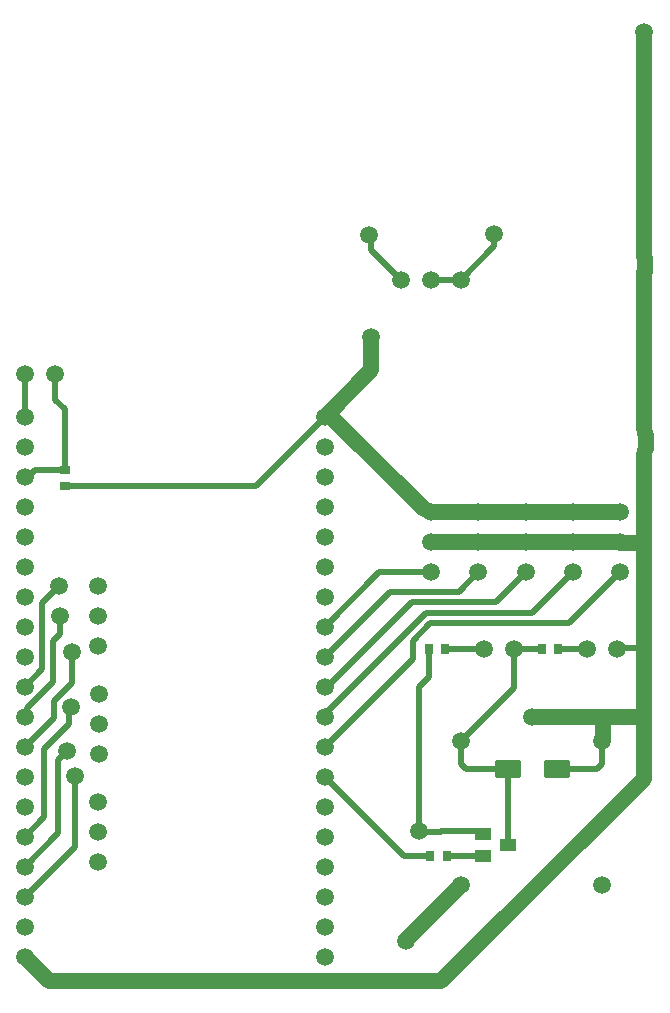
<source format=gbl>
G04*
G04 #@! TF.GenerationSoftware,Altium Limited,Altium Designer,24.8.2 (39)*
G04*
G04 Layer_Physical_Order=2*
G04 Layer_Color=16711680*
%FSLAX25Y25*%
%MOIN*%
G70*
G04*
G04 #@! TF.SameCoordinates,0FDC3FA0-59D2-4078-A23E-D8467AF8131B*
G04*
G04*
G04 #@! TF.FilePolarity,Positive*
G04*
G01*
G75*
%ADD19C,0.05394*%
%ADD20C,0.01968*%
%ADD24C,0.05906*%
%ADD25R,0.02953X0.03347*%
%ADD26R,0.03197X0.02593*%
%ADD27R,0.02559X0.03543*%
%ADD28R,0.05512X0.03937*%
G04:AMPARAMS|DCode=29|XSize=87.01mil|YSize=60.24mil|CornerRadius=4.52mil|HoleSize=0mil|Usage=FLASHONLY|Rotation=180.000|XOffset=0mil|YOffset=0mil|HoleType=Round|Shape=RoundedRectangle|*
%AMROUNDEDRECTD29*
21,1,0.08701,0.05120,0,0,180.0*
21,1,0.07797,0.06024,0,0,180.0*
1,1,0.00904,-0.03899,0.02560*
1,1,0.00904,0.03899,0.02560*
1,1,0.00904,0.03899,-0.02560*
1,1,0.00904,-0.03899,-0.02560*
%
%ADD29ROUNDEDRECTD29*%
D19*
X137205Y16634D02*
X137500Y16929D01*
Y17421D01*
X155512Y35433D01*
X216535Y149213D02*
Y178580D01*
X216961Y179956D02*
X217076Y180234D01*
X216535Y178580D02*
X216642Y178950D01*
X217076Y180234D02*
X217372Y180670D01*
X216870Y239775D02*
Y244477D01*
X217372Y180670D02*
Y185471D01*
X216639Y244708D02*
X216870Y244477D01*
X216961Y186186D02*
X217125Y185717D01*
X216535Y239294D02*
X216639Y239544D01*
X216642Y178950D02*
X216961Y179956D01*
X216535Y187562D02*
Y239294D01*
X216639Y239544D02*
X216870Y239775D01*
X216535Y244958D02*
Y319587D01*
Y187562D02*
X216961Y186186D01*
X216535Y244958D02*
X216639Y244708D01*
X217125Y185717D02*
X217372Y185471D01*
X112342Y191398D02*
X143175Y160565D01*
X110236Y191496D02*
X110334Y191398D01*
X112342D01*
X216535Y114370D02*
Y149213D01*
X208759Y149509D02*
X216240D01*
X208661Y149606D02*
X208759Y149509D01*
X216240D02*
X216535Y149213D01*
X192913Y149606D02*
X208661D01*
X110236Y191496D02*
X125689Y206949D01*
Y217815D01*
X125787Y217913D01*
X145669Y159606D02*
X161417D01*
X177165D02*
X192913D01*
X161417D02*
X177165D01*
X192913D02*
X208661D01*
X203543Y91338D02*
X215650D01*
X202854Y83562D02*
Y90649D01*
X216535Y70866D02*
Y114370D01*
X149114Y3445D02*
X216535Y70866D01*
X202854Y90649D02*
X203543Y91338D01*
X202756Y83464D02*
X202854Y83562D01*
X179134Y91338D02*
X203543D01*
X177165Y149606D02*
X192913D01*
X161417D02*
X177165D01*
X145669D02*
X161417D01*
X18287Y3445D02*
X149114D01*
X10236Y11496D02*
X18287Y3445D01*
D20*
X128347Y139606D02*
X145669D01*
X110236Y121496D02*
X128347Y139606D01*
X110236Y81496D02*
X139469Y110728D01*
Y116634D02*
X145374Y122539D01*
X139469Y110728D02*
Y116634D01*
X110236Y91496D02*
Y92413D01*
X145374Y122539D02*
X191594D01*
X143906Y126083D02*
X179390D01*
X110236Y92413D02*
X143906Y126083D01*
X139173Y129626D02*
X167185D01*
X110236Y101496D02*
X111043D01*
X139173Y129626D01*
X191594Y122539D02*
X208661Y139606D01*
X179390Y126083D02*
X192913Y139606D01*
X154980Y133169D02*
X161417Y139606D01*
X131910Y133169D02*
X154980D01*
X110236Y111496D02*
X131910Y133169D01*
X167185Y129626D02*
X177165Y139606D01*
X110236Y71496D02*
X136653Y45079D01*
X145177D01*
X124902Y252067D02*
X125655Y251314D01*
Y246924D02*
Y251314D01*
Y246924D02*
X135472Y237106D01*
X24311Y79939D02*
Y80020D01*
X21358Y76986D02*
X24311Y79939D01*
X24837Y88932D02*
Y93833D01*
X16634Y80728D02*
X24837Y88932D01*
X16634Y57894D02*
Y80728D01*
X10236Y31496D02*
X26870Y48130D01*
Y71555D01*
X21358Y52618D02*
Y76986D01*
X10236Y41496D02*
X21358Y52618D01*
X10236Y51496D02*
X16634Y57894D01*
X24837Y93833D02*
X25591Y94587D01*
X10989Y92249D02*
Y94257D01*
X19783Y103051D02*
Y116732D01*
X10236Y91496D02*
X10989Y92249D01*
Y94257D02*
X19783Y103051D01*
Y116732D02*
X22047Y118996D01*
X15945Y107205D02*
Y129232D01*
X21673Y134961D01*
X10236Y101496D02*
X15945Y107205D01*
X22047Y118996D02*
Y124902D01*
X19882Y96688D02*
X25886Y102691D01*
Y113054D01*
X19882Y91142D02*
Y96688D01*
X10236Y81496D02*
X19882Y91142D01*
X23622Y168399D02*
X87139D01*
X110236Y191496D01*
X149065Y53445D02*
X161811D01*
X162795Y52461D01*
X141732Y53347D02*
X142175Y52904D01*
X149065D01*
X141732Y101279D02*
X145079Y104626D01*
Y114173D01*
X141732Y53347D02*
Y101279D01*
X173228Y101181D02*
Y114173D01*
X155512Y83464D02*
X173228Y101181D01*
X171457Y48720D02*
Y73917D01*
X171358Y74016D02*
X171457Y73917D01*
X150935Y45030D02*
X162746D01*
X162795Y44980D01*
X150886Y45079D02*
X150935Y45030D01*
X155512Y75787D02*
X157283Y74016D01*
X155512Y75787D02*
Y83464D01*
X157283Y74016D02*
X171358D01*
X187500D02*
X201012D01*
X202756Y75760D02*
Y83464D01*
X201012Y74016D02*
X202756Y75760D01*
X207756Y114173D02*
X207953Y114370D01*
X216535D01*
X150197Y114173D02*
X163228D01*
X163228Y114173D01*
X150197Y114173D02*
X150197Y114173D01*
X173228Y114173D02*
X173278Y114124D01*
X182726D02*
X182776Y114075D01*
X173278Y114124D02*
X182726D01*
X187894Y114075D02*
X187943Y114124D01*
X197707D02*
X197756Y114173D01*
X187943Y114124D02*
X197707D01*
X33892Y114207D02*
X34646Y114961D01*
X34488Y124803D02*
X34646Y124961D01*
X13533Y173727D02*
X23622D01*
X11302Y171496D02*
X13533Y173727D01*
X10236Y171496D02*
X11302D01*
X23622Y173727D02*
Y193898D01*
X23622Y173727D02*
X23622Y173727D01*
X20453Y197067D02*
Y205807D01*
Y197067D02*
X23622Y193898D01*
X10345Y205699D02*
X10453Y205807D01*
X10345Y191604D02*
Y205699D01*
X10236Y191496D02*
X10345Y191604D01*
X166732Y248366D02*
Y252264D01*
X155472Y237106D02*
X166732Y248366D01*
X145472Y237106D02*
X155472D01*
D24*
D03*
X145472D02*
D03*
X135472D02*
D03*
X155512Y35433D02*
D03*
X202756D02*
D03*
X155512Y83464D02*
D03*
X202756D02*
D03*
X179134Y91338D02*
D03*
X34646Y114961D02*
D03*
Y124961D02*
D03*
Y134961D02*
D03*
X10236Y191496D02*
D03*
Y181496D02*
D03*
Y171496D02*
D03*
Y161496D02*
D03*
Y151496D02*
D03*
Y141496D02*
D03*
Y131496D02*
D03*
Y121496D02*
D03*
Y111496D02*
D03*
Y101496D02*
D03*
Y91496D02*
D03*
Y81496D02*
D03*
Y71496D02*
D03*
Y61496D02*
D03*
Y51496D02*
D03*
Y41496D02*
D03*
Y31496D02*
D03*
Y21496D02*
D03*
Y11496D02*
D03*
X110236D02*
D03*
Y21496D02*
D03*
Y31496D02*
D03*
Y41496D02*
D03*
Y51496D02*
D03*
Y61496D02*
D03*
Y71496D02*
D03*
Y81496D02*
D03*
Y91496D02*
D03*
Y101496D02*
D03*
Y111496D02*
D03*
Y121496D02*
D03*
Y131496D02*
D03*
Y141496D02*
D03*
Y151496D02*
D03*
Y161496D02*
D03*
Y171496D02*
D03*
Y181496D02*
D03*
Y191496D02*
D03*
X173228Y114173D02*
D03*
X163228D02*
D03*
X197756D02*
D03*
X207756D02*
D03*
X10453Y205807D02*
D03*
X20453D02*
D03*
X192913Y139606D02*
D03*
Y149606D02*
D03*
Y159606D02*
D03*
X208661Y139606D02*
D03*
Y149606D02*
D03*
Y159606D02*
D03*
X161417Y139606D02*
D03*
Y149606D02*
D03*
Y159606D02*
D03*
X145669Y139606D02*
D03*
Y149606D02*
D03*
Y159606D02*
D03*
X177165Y139606D02*
D03*
Y149606D02*
D03*
Y159606D02*
D03*
X34646Y43150D02*
D03*
Y63150D02*
D03*
Y53150D02*
D03*
X35039Y79134D02*
D03*
Y89134D02*
D03*
Y99134D02*
D03*
X137205Y16634D02*
D03*
X124902Y252067D02*
D03*
X24311Y80020D02*
D03*
X26870Y71555D02*
D03*
X25591Y94587D02*
D03*
X22047Y124902D02*
D03*
X25886Y113054D02*
D03*
X21673Y134961D02*
D03*
X125787Y217913D02*
D03*
X141732Y53347D02*
D03*
X216535Y319587D02*
D03*
X166732Y252264D02*
D03*
D25*
X150197Y114173D02*
D03*
X145079D02*
D03*
X187894Y114075D02*
D03*
X182776D02*
D03*
D26*
X23622Y173727D02*
D03*
Y168399D02*
D03*
D27*
X150886Y45079D02*
D03*
X145177D02*
D03*
D28*
X162795Y44980D02*
D03*
X171457Y48720D02*
D03*
X162795Y52461D02*
D03*
D29*
X187500Y74016D02*
D03*
X171358D02*
D03*
M02*

</source>
